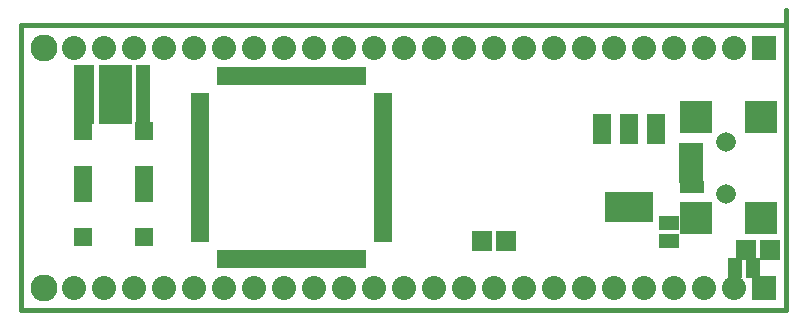
<source format=gts>
G04 (created by PCBNEW-RS274X (2012-01-19 BZR 3256)-stable) date Thu 07 Mar 2013 02:54:08 AM COT*
G01*
G70*
G90*
%MOIN*%
G04 Gerber Fmt 3.4, Leading zero omitted, Abs format*
%FSLAX34Y34*%
G04 APERTURE LIST*
%ADD10C,0.006000*%
%ADD11C,0.015000*%
%ADD12R,0.030000X0.060000*%
%ADD13R,0.060000X0.030000*%
%ADD14R,0.045000X0.065000*%
%ADD15R,0.067200X0.067200*%
%ADD16C,0.065400*%
%ADD17R,0.083000X0.041700*%
%ADD18R,0.110600X0.106600*%
%ADD19R,0.164000X0.100000*%
%ADD20R,0.060000X0.100000*%
%ADD21R,0.059400X0.059400*%
%ADD22R,0.065000X0.045000*%
%ADD23R,0.080000X0.080000*%
%ADD24C,0.080000*%
%ADD25C,0.090000*%
G04 APERTURE END LIST*
G54D10*
G54D11*
X44250Y-31250D02*
X44500Y-31250D01*
X44250Y-21750D02*
X44250Y-31250D01*
X69750Y-21750D02*
X69750Y-22000D01*
X44250Y-21750D02*
X69750Y-21750D01*
X69750Y-31250D02*
X44250Y-31250D01*
X69750Y-21250D02*
X69750Y-31250D01*
G54D12*
X50890Y-23450D03*
X55610Y-23450D03*
X55410Y-23450D03*
X55220Y-23450D03*
X55020Y-23450D03*
X54820Y-23450D03*
X54630Y-23450D03*
X54430Y-23450D03*
X54230Y-23450D03*
X54040Y-23450D03*
X53840Y-23450D03*
X53640Y-23450D03*
X53440Y-23450D03*
X53250Y-23450D03*
X53050Y-23450D03*
X52850Y-23450D03*
X52660Y-23450D03*
X52460Y-23450D03*
X52260Y-23450D03*
X52070Y-23450D03*
X51870Y-23450D03*
X51670Y-23450D03*
X51480Y-23450D03*
X51280Y-23450D03*
X51080Y-23450D03*
G54D13*
X56300Y-24140D03*
X56300Y-28860D03*
X56300Y-28660D03*
X56300Y-28470D03*
X56300Y-28270D03*
X56300Y-28070D03*
X56300Y-27880D03*
X56300Y-27680D03*
X56300Y-27480D03*
X56300Y-27290D03*
X56300Y-27090D03*
X56300Y-26890D03*
X56300Y-26690D03*
X56300Y-26500D03*
X56300Y-26300D03*
X56300Y-26100D03*
X56300Y-25910D03*
X56300Y-25710D03*
X56300Y-25510D03*
X56300Y-25320D03*
X56300Y-25120D03*
X56300Y-24920D03*
X56300Y-24730D03*
X56300Y-24530D03*
X56300Y-24330D03*
X50200Y-24140D03*
X50200Y-24340D03*
X50200Y-24530D03*
X50200Y-24730D03*
X50200Y-24930D03*
X50200Y-25120D03*
X50200Y-25320D03*
X50200Y-25520D03*
X50200Y-25710D03*
X50200Y-25910D03*
X50200Y-26110D03*
X50200Y-26310D03*
X50200Y-26500D03*
X50200Y-26700D03*
X50200Y-26900D03*
X50200Y-27090D03*
X50200Y-27290D03*
X50200Y-27490D03*
X50200Y-27680D03*
X50200Y-27880D03*
X50200Y-28080D03*
X50200Y-28270D03*
X50200Y-28470D03*
X50200Y-28670D03*
X50200Y-28860D03*
G54D12*
X50890Y-29550D03*
X51090Y-29550D03*
X51280Y-29550D03*
X51480Y-29550D03*
X51680Y-29550D03*
X51870Y-29550D03*
X52070Y-29550D03*
X52270Y-29550D03*
X52460Y-29550D03*
X52660Y-29550D03*
X52860Y-29550D03*
X53060Y-29550D03*
X53250Y-29550D03*
X53450Y-29550D03*
X53650Y-29550D03*
X53840Y-29550D03*
X54040Y-29550D03*
X54240Y-29550D03*
X54430Y-29550D03*
X54630Y-29550D03*
X54830Y-29550D03*
X55020Y-29550D03*
X55220Y-29550D03*
X55420Y-29550D03*
X55610Y-29550D03*
G54D14*
X47700Y-23400D03*
X48300Y-23400D03*
X47700Y-24050D03*
X48300Y-24050D03*
X68650Y-29850D03*
X68050Y-29850D03*
G54D15*
X69213Y-29250D03*
X68387Y-29250D03*
G54D16*
X67744Y-25634D03*
X67744Y-27366D03*
G54D17*
X66582Y-26500D03*
X66582Y-26185D03*
X66582Y-25868D03*
X66582Y-26815D03*
X66584Y-27130D03*
G54D18*
X66720Y-24808D03*
X66720Y-28192D03*
X68885Y-28192D03*
X68885Y-24808D03*
G54D19*
X64500Y-27800D03*
G54D20*
X64500Y-25200D03*
X63600Y-25200D03*
X65400Y-25200D03*
G54D15*
X47163Y-23400D03*
X46337Y-23400D03*
X47163Y-24050D03*
X46337Y-24050D03*
X59587Y-28950D03*
X60413Y-28950D03*
G54D14*
X47700Y-24700D03*
X48300Y-24700D03*
G54D15*
X47163Y-24700D03*
X46337Y-24700D03*
G54D21*
X46300Y-26750D03*
X46300Y-25293D03*
X48347Y-26750D03*
X48347Y-25293D03*
X46300Y-28800D03*
X46300Y-27343D03*
X48347Y-28800D03*
X48347Y-27343D03*
G54D22*
X65850Y-28950D03*
X65850Y-28350D03*
G54D23*
X69000Y-22500D03*
G54D24*
X68000Y-22500D03*
X67000Y-22500D03*
X66000Y-22500D03*
X65000Y-22500D03*
X64000Y-22500D03*
X63000Y-22500D03*
X62000Y-22500D03*
X61000Y-22500D03*
X60000Y-22500D03*
X59000Y-22500D03*
X58000Y-22500D03*
X57000Y-22500D03*
X56000Y-22500D03*
X55000Y-22500D03*
X54000Y-22500D03*
X53000Y-22500D03*
X52000Y-22500D03*
X51000Y-22500D03*
X50000Y-22500D03*
X49000Y-22500D03*
X48000Y-22500D03*
X47000Y-22500D03*
X46000Y-22500D03*
G54D25*
X45000Y-22500D03*
G54D23*
X69000Y-30500D03*
G54D24*
X68000Y-30500D03*
X67000Y-30500D03*
X66000Y-30500D03*
X65000Y-30500D03*
X64000Y-30500D03*
X63000Y-30500D03*
X62000Y-30500D03*
X61000Y-30500D03*
X60000Y-30500D03*
X59000Y-30500D03*
X58000Y-30500D03*
X57000Y-30500D03*
X56000Y-30500D03*
X55000Y-30500D03*
X54000Y-30500D03*
X53000Y-30500D03*
X52000Y-30500D03*
X51000Y-30500D03*
X50000Y-30500D03*
X49000Y-30500D03*
X48000Y-30500D03*
X47000Y-30500D03*
X46000Y-30500D03*
G54D25*
X45000Y-30500D03*
M02*

</source>
